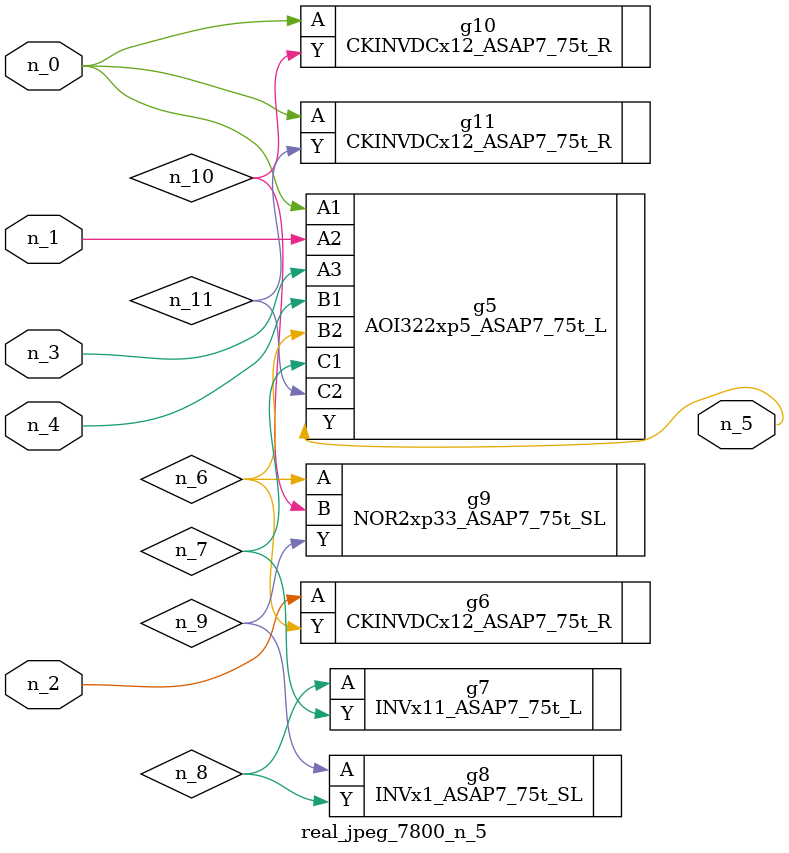
<source format=v>
module real_jpeg_7800_n_5 (n_4, n_0, n_1, n_2, n_3, n_5);

input n_4;
input n_0;
input n_1;
input n_2;
input n_3;

output n_5;

wire n_8;
wire n_11;
wire n_6;
wire n_7;
wire n_10;
wire n_9;

AOI322xp5_ASAP7_75t_L g5 ( 
.A1(n_0),
.A2(n_1),
.A3(n_3),
.B1(n_4),
.B2(n_6),
.C1(n_7),
.C2(n_11),
.Y(n_5)
);

CKINVDCx12_ASAP7_75t_R g10 ( 
.A(n_0),
.Y(n_10)
);

CKINVDCx12_ASAP7_75t_R g11 ( 
.A(n_0),
.Y(n_11)
);

CKINVDCx12_ASAP7_75t_R g6 ( 
.A(n_2),
.Y(n_6)
);

NOR2xp33_ASAP7_75t_SL g9 ( 
.A(n_6),
.B(n_10),
.Y(n_9)
);

INVx11_ASAP7_75t_L g7 ( 
.A(n_8),
.Y(n_7)
);

INVx1_ASAP7_75t_SL g8 ( 
.A(n_9),
.Y(n_8)
);


endmodule
</source>
